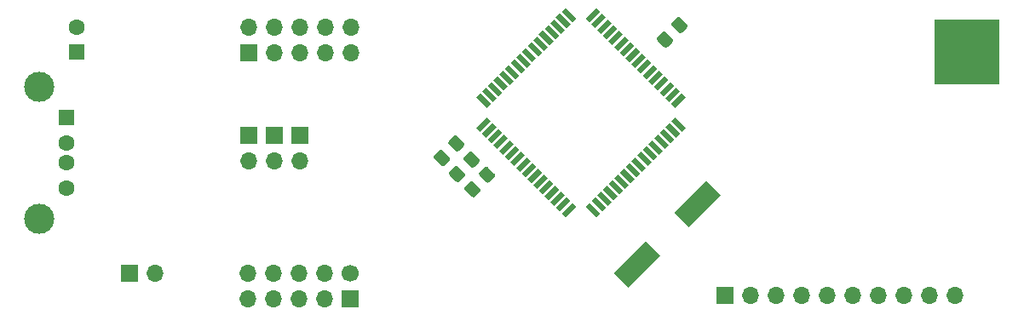
<source format=gts>
G04 #@! TF.GenerationSoftware,KiCad,Pcbnew,(5.1.5)-3*
G04 #@! TF.CreationDate,2020-01-25T14:55:43-05:00*
G04 #@! TF.ProjectId,SmallyMouse2,536d616c-6c79-44d6-9f75-7365322e6b69,2.0*
G04 #@! TF.SameCoordinates,Original*
G04 #@! TF.FileFunction,Soldermask,Top*
G04 #@! TF.FilePolarity,Negative*
%FSLAX46Y46*%
G04 Gerber Fmt 4.6, Leading zero omitted, Abs format (unit mm)*
G04 Created by KiCad (PCBNEW (5.1.5)-3) date 2020-01-25 14:55:43*
%MOMM*%
%LPD*%
G04 APERTURE LIST*
%ADD10O,1.700000X1.700000*%
%ADD11R,1.700000X1.700000*%
%ADD12C,1.700000*%
%ADD13C,0.150000*%
%ADD14C,1.600000*%
%ADD15R,1.600000X1.600000*%
%ADD16R,6.400000X6.400000*%
%ADD17C,0.800000*%
%ADD18C,3.000000*%
G04 APERTURE END LIST*
D10*
X104740000Y-54990000D03*
D11*
X102200000Y-54990000D03*
D10*
X119180000Y-43790000D03*
D11*
X119180000Y-41250000D03*
D10*
X114000000Y-57540000D03*
X114000000Y-55000000D03*
X116540000Y-57540000D03*
X116540000Y-55000000D03*
X119080000Y-57540000D03*
X119080000Y-55000000D03*
X121620000Y-57540000D03*
X121620000Y-55000000D03*
D11*
X124160000Y-57540000D03*
D12*
X124160000Y-55000000D03*
D10*
X184260000Y-57200000D03*
X181720000Y-57200000D03*
X179180000Y-57200000D03*
X176640000Y-57200000D03*
X174100000Y-57200000D03*
X171560000Y-57200000D03*
X169020000Y-57200000D03*
X166480000Y-57200000D03*
X163940000Y-57200000D03*
D11*
X161400000Y-57200000D03*
D13*
G36*
X138137421Y-38133794D02*
G01*
X137748513Y-38522702D01*
X136687853Y-37462042D01*
X137076761Y-37073134D01*
X138137421Y-38133794D01*
G37*
G36*
X138703107Y-37568109D02*
G01*
X138314199Y-37957017D01*
X137253539Y-36896357D01*
X137642447Y-36507449D01*
X138703107Y-37568109D01*
G37*
G36*
X139268792Y-37002424D02*
G01*
X138879884Y-37391332D01*
X137819224Y-36330672D01*
X138208132Y-35941764D01*
X139268792Y-37002424D01*
G37*
G36*
X139834477Y-36436738D02*
G01*
X139445569Y-36825646D01*
X138384909Y-35764986D01*
X138773817Y-35376078D01*
X139834477Y-36436738D01*
G37*
G36*
X140400163Y-35871053D02*
G01*
X140011255Y-36259961D01*
X138950595Y-35199301D01*
X139339503Y-34810393D01*
X140400163Y-35871053D01*
G37*
G36*
X140965848Y-35305367D02*
G01*
X140576940Y-35694275D01*
X139516280Y-34633615D01*
X139905188Y-34244707D01*
X140965848Y-35305367D01*
G37*
G36*
X141531534Y-34739682D02*
G01*
X141142626Y-35128590D01*
X140081966Y-34067930D01*
X140470874Y-33679022D01*
X141531534Y-34739682D01*
G37*
G36*
X142097219Y-34173996D02*
G01*
X141708311Y-34562904D01*
X140647651Y-33502244D01*
X141036559Y-33113336D01*
X142097219Y-34173996D01*
G37*
G36*
X142662904Y-33608311D02*
G01*
X142273996Y-33997219D01*
X141213336Y-32936559D01*
X141602244Y-32547651D01*
X142662904Y-33608311D01*
G37*
G36*
X143228590Y-33042626D02*
G01*
X142839682Y-33431534D01*
X141779022Y-32370874D01*
X142167930Y-31981966D01*
X143228590Y-33042626D01*
G37*
G36*
X143794275Y-32476940D02*
G01*
X143405367Y-32865848D01*
X142344707Y-31805188D01*
X142733615Y-31416280D01*
X143794275Y-32476940D01*
G37*
G36*
X144359961Y-31911255D02*
G01*
X143971053Y-32300163D01*
X142910393Y-31239503D01*
X143299301Y-30850595D01*
X144359961Y-31911255D01*
G37*
G36*
X144925646Y-31345569D02*
G01*
X144536738Y-31734477D01*
X143476078Y-30673817D01*
X143864986Y-30284909D01*
X144925646Y-31345569D01*
G37*
G36*
X145491332Y-30779884D02*
G01*
X145102424Y-31168792D01*
X144041764Y-30108132D01*
X144430672Y-29719224D01*
X145491332Y-30779884D01*
G37*
G36*
X146057017Y-30214199D02*
G01*
X145668109Y-30603107D01*
X144607449Y-29542447D01*
X144996357Y-29153539D01*
X146057017Y-30214199D01*
G37*
G36*
X146622702Y-29648513D02*
G01*
X146233794Y-30037421D01*
X145173134Y-28976761D01*
X145562042Y-28587853D01*
X146622702Y-29648513D01*
G37*
G36*
X147966206Y-30037421D02*
G01*
X147577298Y-29648513D01*
X148637958Y-28587853D01*
X149026866Y-28976761D01*
X147966206Y-30037421D01*
G37*
G36*
X148531891Y-30603107D02*
G01*
X148142983Y-30214199D01*
X149203643Y-29153539D01*
X149592551Y-29542447D01*
X148531891Y-30603107D01*
G37*
G36*
X149097576Y-31168792D02*
G01*
X148708668Y-30779884D01*
X149769328Y-29719224D01*
X150158236Y-30108132D01*
X149097576Y-31168792D01*
G37*
G36*
X149663262Y-31734477D02*
G01*
X149274354Y-31345569D01*
X150335014Y-30284909D01*
X150723922Y-30673817D01*
X149663262Y-31734477D01*
G37*
G36*
X150228947Y-32300163D02*
G01*
X149840039Y-31911255D01*
X150900699Y-30850595D01*
X151289607Y-31239503D01*
X150228947Y-32300163D01*
G37*
G36*
X150794633Y-32865848D02*
G01*
X150405725Y-32476940D01*
X151466385Y-31416280D01*
X151855293Y-31805188D01*
X150794633Y-32865848D01*
G37*
G36*
X151360318Y-33431534D02*
G01*
X150971410Y-33042626D01*
X152032070Y-31981966D01*
X152420978Y-32370874D01*
X151360318Y-33431534D01*
G37*
G36*
X151926004Y-33997219D02*
G01*
X151537096Y-33608311D01*
X152597756Y-32547651D01*
X152986664Y-32936559D01*
X151926004Y-33997219D01*
G37*
G36*
X152491689Y-34562904D02*
G01*
X152102781Y-34173996D01*
X153163441Y-33113336D01*
X153552349Y-33502244D01*
X152491689Y-34562904D01*
G37*
G36*
X153057374Y-35128590D02*
G01*
X152668466Y-34739682D01*
X153729126Y-33679022D01*
X154118034Y-34067930D01*
X153057374Y-35128590D01*
G37*
G36*
X153623060Y-35694275D02*
G01*
X153234152Y-35305367D01*
X154294812Y-34244707D01*
X154683720Y-34633615D01*
X153623060Y-35694275D01*
G37*
G36*
X154188745Y-36259961D02*
G01*
X153799837Y-35871053D01*
X154860497Y-34810393D01*
X155249405Y-35199301D01*
X154188745Y-36259961D01*
G37*
G36*
X154754431Y-36825646D02*
G01*
X154365523Y-36436738D01*
X155426183Y-35376078D01*
X155815091Y-35764986D01*
X154754431Y-36825646D01*
G37*
G36*
X155320116Y-37391332D02*
G01*
X154931208Y-37002424D01*
X155991868Y-35941764D01*
X156380776Y-36330672D01*
X155320116Y-37391332D01*
G37*
G36*
X155885801Y-37957017D02*
G01*
X155496893Y-37568109D01*
X156557553Y-36507449D01*
X156946461Y-36896357D01*
X155885801Y-37957017D01*
G37*
G36*
X156451487Y-38522702D02*
G01*
X156062579Y-38133794D01*
X157123239Y-37073134D01*
X157512147Y-37462042D01*
X156451487Y-38522702D01*
G37*
G36*
X157512147Y-40537958D02*
G01*
X157123239Y-40926866D01*
X156062579Y-39866206D01*
X156451487Y-39477298D01*
X157512147Y-40537958D01*
G37*
G36*
X156946461Y-41103643D02*
G01*
X156557553Y-41492551D01*
X155496893Y-40431891D01*
X155885801Y-40042983D01*
X156946461Y-41103643D01*
G37*
G36*
X156380776Y-41669328D02*
G01*
X155991868Y-42058236D01*
X154931208Y-40997576D01*
X155320116Y-40608668D01*
X156380776Y-41669328D01*
G37*
G36*
X155815091Y-42235014D02*
G01*
X155426183Y-42623922D01*
X154365523Y-41563262D01*
X154754431Y-41174354D01*
X155815091Y-42235014D01*
G37*
G36*
X155249405Y-42800699D02*
G01*
X154860497Y-43189607D01*
X153799837Y-42128947D01*
X154188745Y-41740039D01*
X155249405Y-42800699D01*
G37*
G36*
X154683720Y-43366385D02*
G01*
X154294812Y-43755293D01*
X153234152Y-42694633D01*
X153623060Y-42305725D01*
X154683720Y-43366385D01*
G37*
G36*
X154118034Y-43932070D02*
G01*
X153729126Y-44320978D01*
X152668466Y-43260318D01*
X153057374Y-42871410D01*
X154118034Y-43932070D01*
G37*
G36*
X153552349Y-44497756D02*
G01*
X153163441Y-44886664D01*
X152102781Y-43826004D01*
X152491689Y-43437096D01*
X153552349Y-44497756D01*
G37*
G36*
X152986664Y-45063441D02*
G01*
X152597756Y-45452349D01*
X151537096Y-44391689D01*
X151926004Y-44002781D01*
X152986664Y-45063441D01*
G37*
G36*
X152420978Y-45629126D02*
G01*
X152032070Y-46018034D01*
X150971410Y-44957374D01*
X151360318Y-44568466D01*
X152420978Y-45629126D01*
G37*
G36*
X151855293Y-46194812D02*
G01*
X151466385Y-46583720D01*
X150405725Y-45523060D01*
X150794633Y-45134152D01*
X151855293Y-46194812D01*
G37*
G36*
X151289607Y-46760497D02*
G01*
X150900699Y-47149405D01*
X149840039Y-46088745D01*
X150228947Y-45699837D01*
X151289607Y-46760497D01*
G37*
G36*
X150723922Y-47326183D02*
G01*
X150335014Y-47715091D01*
X149274354Y-46654431D01*
X149663262Y-46265523D01*
X150723922Y-47326183D01*
G37*
G36*
X150158236Y-47891868D02*
G01*
X149769328Y-48280776D01*
X148708668Y-47220116D01*
X149097576Y-46831208D01*
X150158236Y-47891868D01*
G37*
G36*
X149592551Y-48457553D02*
G01*
X149203643Y-48846461D01*
X148142983Y-47785801D01*
X148531891Y-47396893D01*
X149592551Y-48457553D01*
G37*
G36*
X149026866Y-49023239D02*
G01*
X148637958Y-49412147D01*
X147577298Y-48351487D01*
X147966206Y-47962579D01*
X149026866Y-49023239D01*
G37*
G36*
X145562042Y-49412147D02*
G01*
X145173134Y-49023239D01*
X146233794Y-47962579D01*
X146622702Y-48351487D01*
X145562042Y-49412147D01*
G37*
G36*
X144996357Y-48846461D02*
G01*
X144607449Y-48457553D01*
X145668109Y-47396893D01*
X146057017Y-47785801D01*
X144996357Y-48846461D01*
G37*
G36*
X144430672Y-48280776D02*
G01*
X144041764Y-47891868D01*
X145102424Y-46831208D01*
X145491332Y-47220116D01*
X144430672Y-48280776D01*
G37*
G36*
X143864986Y-47715091D02*
G01*
X143476078Y-47326183D01*
X144536738Y-46265523D01*
X144925646Y-46654431D01*
X143864986Y-47715091D01*
G37*
G36*
X143299301Y-47149405D02*
G01*
X142910393Y-46760497D01*
X143971053Y-45699837D01*
X144359961Y-46088745D01*
X143299301Y-47149405D01*
G37*
G36*
X142733615Y-46583720D02*
G01*
X142344707Y-46194812D01*
X143405367Y-45134152D01*
X143794275Y-45523060D01*
X142733615Y-46583720D01*
G37*
G36*
X142167930Y-46018034D02*
G01*
X141779022Y-45629126D01*
X142839682Y-44568466D01*
X143228590Y-44957374D01*
X142167930Y-46018034D01*
G37*
G36*
X141602244Y-45452349D02*
G01*
X141213336Y-45063441D01*
X142273996Y-44002781D01*
X142662904Y-44391689D01*
X141602244Y-45452349D01*
G37*
G36*
X141036559Y-44886664D02*
G01*
X140647651Y-44497756D01*
X141708311Y-43437096D01*
X142097219Y-43826004D01*
X141036559Y-44886664D01*
G37*
G36*
X140470874Y-44320978D02*
G01*
X140081966Y-43932070D01*
X141142626Y-42871410D01*
X141531534Y-43260318D01*
X140470874Y-44320978D01*
G37*
G36*
X139905188Y-43755293D02*
G01*
X139516280Y-43366385D01*
X140576940Y-42305725D01*
X140965848Y-42694633D01*
X139905188Y-43755293D01*
G37*
G36*
X139339503Y-43189607D02*
G01*
X138950595Y-42800699D01*
X140011255Y-41740039D01*
X140400163Y-42128947D01*
X139339503Y-43189607D01*
G37*
G36*
X138773817Y-42623922D02*
G01*
X138384909Y-42235014D01*
X139445569Y-41174354D01*
X139834477Y-41563262D01*
X138773817Y-42623922D01*
G37*
G36*
X138208132Y-42058236D02*
G01*
X137819224Y-41669328D01*
X138879884Y-40608668D01*
X139268792Y-40997576D01*
X138208132Y-42058236D01*
G37*
G36*
X137642447Y-41492551D02*
G01*
X137253539Y-41103643D01*
X138314199Y-40042983D01*
X138703107Y-40431891D01*
X137642447Y-41492551D01*
G37*
G36*
X137076761Y-40926866D02*
G01*
X136687853Y-40537958D01*
X137748513Y-39477298D01*
X138137421Y-39866206D01*
X137076761Y-40926866D01*
G37*
D14*
X97000000Y-30500000D03*
D15*
X97000000Y-33000000D03*
D16*
X185500000Y-33000000D03*
D17*
X187900000Y-33000000D03*
X187197056Y-34697056D03*
X185500000Y-35400000D03*
X183802944Y-34697056D03*
X183100000Y-33000000D03*
X183802944Y-31302944D03*
X185500000Y-30600000D03*
X187197056Y-31302944D03*
D14*
X96000000Y-46500000D03*
X96000000Y-44000000D03*
X96000000Y-42000000D03*
D15*
X96000000Y-39500000D03*
D18*
X93290000Y-36430000D03*
X93290000Y-49570000D03*
D10*
X124260000Y-30480000D03*
X124260000Y-33020000D03*
X121720000Y-30480000D03*
X121720000Y-33020000D03*
X119180000Y-30480000D03*
X119180000Y-33020000D03*
X116640000Y-30480000D03*
X116640000Y-33020000D03*
X114100000Y-30480000D03*
D11*
X114100000Y-33020000D03*
D13*
G36*
X157821321Y-50392893D02*
G01*
X156407107Y-48978679D01*
X159589087Y-45796699D01*
X161003301Y-47210913D01*
X157821321Y-50392893D01*
G37*
G36*
X151810913Y-56403301D02*
G01*
X150396699Y-54989087D01*
X153578679Y-51807107D01*
X154992893Y-53221321D01*
X151810913Y-56403301D01*
G37*
D10*
X114100000Y-43790000D03*
D11*
X114100000Y-41250000D03*
D13*
G36*
X134660900Y-41278412D02*
G01*
X134685168Y-41282012D01*
X134708967Y-41287973D01*
X134732066Y-41296238D01*
X134754245Y-41306728D01*
X134775288Y-41319340D01*
X134794994Y-41333955D01*
X134813172Y-41350431D01*
X135449569Y-41986828D01*
X135466045Y-42005006D01*
X135480660Y-42024712D01*
X135493272Y-42045755D01*
X135503762Y-42067934D01*
X135512027Y-42091033D01*
X135517988Y-42114832D01*
X135521588Y-42139100D01*
X135522792Y-42163604D01*
X135521588Y-42188108D01*
X135517988Y-42212376D01*
X135512027Y-42236175D01*
X135503762Y-42259274D01*
X135493272Y-42281453D01*
X135480660Y-42302496D01*
X135466045Y-42322202D01*
X135449569Y-42340380D01*
X134989948Y-42800001D01*
X134971770Y-42816477D01*
X134952064Y-42831092D01*
X134931021Y-42843704D01*
X134908842Y-42854194D01*
X134885743Y-42862459D01*
X134861944Y-42868420D01*
X134837676Y-42872020D01*
X134813172Y-42873224D01*
X134788668Y-42872020D01*
X134764400Y-42868420D01*
X134740601Y-42862459D01*
X134717502Y-42854194D01*
X134695323Y-42843704D01*
X134674280Y-42831092D01*
X134654574Y-42816477D01*
X134636396Y-42800001D01*
X133999999Y-42163604D01*
X133983523Y-42145426D01*
X133968908Y-42125720D01*
X133956296Y-42104677D01*
X133945806Y-42082498D01*
X133937541Y-42059399D01*
X133931580Y-42035600D01*
X133927980Y-42011332D01*
X133926776Y-41986828D01*
X133927980Y-41962324D01*
X133931580Y-41938056D01*
X133937541Y-41914257D01*
X133945806Y-41891158D01*
X133956296Y-41868979D01*
X133968908Y-41847936D01*
X133983523Y-41828230D01*
X133999999Y-41810052D01*
X134459620Y-41350431D01*
X134477798Y-41333955D01*
X134497504Y-41319340D01*
X134518547Y-41306728D01*
X134540726Y-41296238D01*
X134563825Y-41287973D01*
X134587624Y-41282012D01*
X134611892Y-41278412D01*
X134636396Y-41277208D01*
X134660900Y-41278412D01*
G37*
G36*
X133211332Y-42727980D02*
G01*
X133235600Y-42731580D01*
X133259399Y-42737541D01*
X133282498Y-42745806D01*
X133304677Y-42756296D01*
X133325720Y-42768908D01*
X133345426Y-42783523D01*
X133363604Y-42799999D01*
X134000001Y-43436396D01*
X134016477Y-43454574D01*
X134031092Y-43474280D01*
X134043704Y-43495323D01*
X134054194Y-43517502D01*
X134062459Y-43540601D01*
X134068420Y-43564400D01*
X134072020Y-43588668D01*
X134073224Y-43613172D01*
X134072020Y-43637676D01*
X134068420Y-43661944D01*
X134062459Y-43685743D01*
X134054194Y-43708842D01*
X134043704Y-43731021D01*
X134031092Y-43752064D01*
X134016477Y-43771770D01*
X134000001Y-43789948D01*
X133540380Y-44249569D01*
X133522202Y-44266045D01*
X133502496Y-44280660D01*
X133481453Y-44293272D01*
X133459274Y-44303762D01*
X133436175Y-44312027D01*
X133412376Y-44317988D01*
X133388108Y-44321588D01*
X133363604Y-44322792D01*
X133339100Y-44321588D01*
X133314832Y-44317988D01*
X133291033Y-44312027D01*
X133267934Y-44303762D01*
X133245755Y-44293272D01*
X133224712Y-44280660D01*
X133205006Y-44266045D01*
X133186828Y-44249569D01*
X132550431Y-43613172D01*
X132533955Y-43594994D01*
X132519340Y-43575288D01*
X132506728Y-43554245D01*
X132496238Y-43532066D01*
X132487973Y-43508967D01*
X132482012Y-43485168D01*
X132478412Y-43460900D01*
X132477208Y-43436396D01*
X132478412Y-43411892D01*
X132482012Y-43387624D01*
X132487973Y-43363825D01*
X132496238Y-43340726D01*
X132506728Y-43318547D01*
X132519340Y-43297504D01*
X132533955Y-43277798D01*
X132550431Y-43259620D01*
X133010052Y-42799999D01*
X133028230Y-42783523D01*
X133047936Y-42768908D01*
X133068979Y-42756296D01*
X133091158Y-42745806D01*
X133114257Y-42737541D01*
X133138056Y-42731580D01*
X133162324Y-42727980D01*
X133186828Y-42726776D01*
X133211332Y-42727980D01*
G37*
G36*
X156836116Y-29503196D02*
G01*
X156860384Y-29506796D01*
X156884183Y-29512757D01*
X156907282Y-29521022D01*
X156929461Y-29531512D01*
X156950504Y-29544124D01*
X156970210Y-29558739D01*
X156988388Y-29575215D01*
X157624785Y-30211612D01*
X157641261Y-30229790D01*
X157655876Y-30249496D01*
X157668488Y-30270539D01*
X157678978Y-30292718D01*
X157687243Y-30315817D01*
X157693204Y-30339616D01*
X157696804Y-30363884D01*
X157698008Y-30388388D01*
X157696804Y-30412892D01*
X157693204Y-30437160D01*
X157687243Y-30460959D01*
X157678978Y-30484058D01*
X157668488Y-30506237D01*
X157655876Y-30527280D01*
X157641261Y-30546986D01*
X157624785Y-30565164D01*
X157165164Y-31024785D01*
X157146986Y-31041261D01*
X157127280Y-31055876D01*
X157106237Y-31068488D01*
X157084058Y-31078978D01*
X157060959Y-31087243D01*
X157037160Y-31093204D01*
X157012892Y-31096804D01*
X156988388Y-31098008D01*
X156963884Y-31096804D01*
X156939616Y-31093204D01*
X156915817Y-31087243D01*
X156892718Y-31078978D01*
X156870539Y-31068488D01*
X156849496Y-31055876D01*
X156829790Y-31041261D01*
X156811612Y-31024785D01*
X156175215Y-30388388D01*
X156158739Y-30370210D01*
X156144124Y-30350504D01*
X156131512Y-30329461D01*
X156121022Y-30307282D01*
X156112757Y-30284183D01*
X156106796Y-30260384D01*
X156103196Y-30236116D01*
X156101992Y-30211612D01*
X156103196Y-30187108D01*
X156106796Y-30162840D01*
X156112757Y-30139041D01*
X156121022Y-30115942D01*
X156131512Y-30093763D01*
X156144124Y-30072720D01*
X156158739Y-30053014D01*
X156175215Y-30034836D01*
X156634836Y-29575215D01*
X156653014Y-29558739D01*
X156672720Y-29544124D01*
X156693763Y-29531512D01*
X156715942Y-29521022D01*
X156739041Y-29512757D01*
X156762840Y-29506796D01*
X156787108Y-29503196D01*
X156811612Y-29501992D01*
X156836116Y-29503196D01*
G37*
G36*
X155386548Y-30952764D02*
G01*
X155410816Y-30956364D01*
X155434615Y-30962325D01*
X155457714Y-30970590D01*
X155479893Y-30981080D01*
X155500936Y-30993692D01*
X155520642Y-31008307D01*
X155538820Y-31024783D01*
X156175217Y-31661180D01*
X156191693Y-31679358D01*
X156206308Y-31699064D01*
X156218920Y-31720107D01*
X156229410Y-31742286D01*
X156237675Y-31765385D01*
X156243636Y-31789184D01*
X156247236Y-31813452D01*
X156248440Y-31837956D01*
X156247236Y-31862460D01*
X156243636Y-31886728D01*
X156237675Y-31910527D01*
X156229410Y-31933626D01*
X156218920Y-31955805D01*
X156206308Y-31976848D01*
X156191693Y-31996554D01*
X156175217Y-32014732D01*
X155715596Y-32474353D01*
X155697418Y-32490829D01*
X155677712Y-32505444D01*
X155656669Y-32518056D01*
X155634490Y-32528546D01*
X155611391Y-32536811D01*
X155587592Y-32542772D01*
X155563324Y-32546372D01*
X155538820Y-32547576D01*
X155514316Y-32546372D01*
X155490048Y-32542772D01*
X155466249Y-32536811D01*
X155443150Y-32528546D01*
X155420971Y-32518056D01*
X155399928Y-32505444D01*
X155380222Y-32490829D01*
X155362044Y-32474353D01*
X154725647Y-31837956D01*
X154709171Y-31819778D01*
X154694556Y-31800072D01*
X154681944Y-31779029D01*
X154671454Y-31756850D01*
X154663189Y-31733751D01*
X154657228Y-31709952D01*
X154653628Y-31685684D01*
X154652424Y-31661180D01*
X154653628Y-31636676D01*
X154657228Y-31612408D01*
X154663189Y-31588609D01*
X154671454Y-31565510D01*
X154681944Y-31543331D01*
X154694556Y-31522288D01*
X154709171Y-31502582D01*
X154725647Y-31484404D01*
X155185268Y-31024783D01*
X155203446Y-31008307D01*
X155223152Y-30993692D01*
X155244195Y-30981080D01*
X155266374Y-30970590D01*
X155289473Y-30962325D01*
X155313272Y-30956364D01*
X155337540Y-30952764D01*
X155362044Y-30951560D01*
X155386548Y-30952764D01*
G37*
G36*
X134711332Y-44327980D02*
G01*
X134735600Y-44331580D01*
X134759399Y-44337541D01*
X134782498Y-44345806D01*
X134804677Y-44356296D01*
X134825720Y-44368908D01*
X134845426Y-44383523D01*
X134863604Y-44399999D01*
X135500001Y-45036396D01*
X135516477Y-45054574D01*
X135531092Y-45074280D01*
X135543704Y-45095323D01*
X135554194Y-45117502D01*
X135562459Y-45140601D01*
X135568420Y-45164400D01*
X135572020Y-45188668D01*
X135573224Y-45213172D01*
X135572020Y-45237676D01*
X135568420Y-45261944D01*
X135562459Y-45285743D01*
X135554194Y-45308842D01*
X135543704Y-45331021D01*
X135531092Y-45352064D01*
X135516477Y-45371770D01*
X135500001Y-45389948D01*
X135040380Y-45849569D01*
X135022202Y-45866045D01*
X135002496Y-45880660D01*
X134981453Y-45893272D01*
X134959274Y-45903762D01*
X134936175Y-45912027D01*
X134912376Y-45917988D01*
X134888108Y-45921588D01*
X134863604Y-45922792D01*
X134839100Y-45921588D01*
X134814832Y-45917988D01*
X134791033Y-45912027D01*
X134767934Y-45903762D01*
X134745755Y-45893272D01*
X134724712Y-45880660D01*
X134705006Y-45866045D01*
X134686828Y-45849569D01*
X134050431Y-45213172D01*
X134033955Y-45194994D01*
X134019340Y-45175288D01*
X134006728Y-45154245D01*
X133996238Y-45132066D01*
X133987973Y-45108967D01*
X133982012Y-45085168D01*
X133978412Y-45060900D01*
X133977208Y-45036396D01*
X133978412Y-45011892D01*
X133982012Y-44987624D01*
X133987973Y-44963825D01*
X133996238Y-44940726D01*
X134006728Y-44918547D01*
X134019340Y-44897504D01*
X134033955Y-44877798D01*
X134050431Y-44859620D01*
X134510052Y-44399999D01*
X134528230Y-44383523D01*
X134547936Y-44368908D01*
X134568979Y-44356296D01*
X134591158Y-44345806D01*
X134614257Y-44337541D01*
X134638056Y-44331580D01*
X134662324Y-44327980D01*
X134686828Y-44326776D01*
X134711332Y-44327980D01*
G37*
G36*
X136160900Y-42878412D02*
G01*
X136185168Y-42882012D01*
X136208967Y-42887973D01*
X136232066Y-42896238D01*
X136254245Y-42906728D01*
X136275288Y-42919340D01*
X136294994Y-42933955D01*
X136313172Y-42950431D01*
X136949569Y-43586828D01*
X136966045Y-43605006D01*
X136980660Y-43624712D01*
X136993272Y-43645755D01*
X137003762Y-43667934D01*
X137012027Y-43691033D01*
X137017988Y-43714832D01*
X137021588Y-43739100D01*
X137022792Y-43763604D01*
X137021588Y-43788108D01*
X137017988Y-43812376D01*
X137012027Y-43836175D01*
X137003762Y-43859274D01*
X136993272Y-43881453D01*
X136980660Y-43902496D01*
X136966045Y-43922202D01*
X136949569Y-43940380D01*
X136489948Y-44400001D01*
X136471770Y-44416477D01*
X136452064Y-44431092D01*
X136431021Y-44443704D01*
X136408842Y-44454194D01*
X136385743Y-44462459D01*
X136361944Y-44468420D01*
X136337676Y-44472020D01*
X136313172Y-44473224D01*
X136288668Y-44472020D01*
X136264400Y-44468420D01*
X136240601Y-44462459D01*
X136217502Y-44454194D01*
X136195323Y-44443704D01*
X136174280Y-44431092D01*
X136154574Y-44416477D01*
X136136396Y-44400001D01*
X135499999Y-43763604D01*
X135483523Y-43745426D01*
X135468908Y-43725720D01*
X135456296Y-43704677D01*
X135445806Y-43682498D01*
X135437541Y-43659399D01*
X135431580Y-43635600D01*
X135427980Y-43611332D01*
X135426776Y-43586828D01*
X135427980Y-43562324D01*
X135431580Y-43538056D01*
X135437541Y-43514257D01*
X135445806Y-43491158D01*
X135456296Y-43468979D01*
X135468908Y-43447936D01*
X135483523Y-43428230D01*
X135499999Y-43410052D01*
X135959620Y-42950431D01*
X135977798Y-42933955D01*
X135997504Y-42919340D01*
X136018547Y-42906728D01*
X136040726Y-42896238D01*
X136063825Y-42887973D01*
X136087624Y-42882012D01*
X136111892Y-42878412D01*
X136136396Y-42877208D01*
X136160900Y-42878412D01*
G37*
G36*
X136261332Y-45827980D02*
G01*
X136285600Y-45831580D01*
X136309399Y-45837541D01*
X136332498Y-45845806D01*
X136354677Y-45856296D01*
X136375720Y-45868908D01*
X136395426Y-45883523D01*
X136413604Y-45899999D01*
X137050001Y-46536396D01*
X137066477Y-46554574D01*
X137081092Y-46574280D01*
X137093704Y-46595323D01*
X137104194Y-46617502D01*
X137112459Y-46640601D01*
X137118420Y-46664400D01*
X137122020Y-46688668D01*
X137123224Y-46713172D01*
X137122020Y-46737676D01*
X137118420Y-46761944D01*
X137112459Y-46785743D01*
X137104194Y-46808842D01*
X137093704Y-46831021D01*
X137081092Y-46852064D01*
X137066477Y-46871770D01*
X137050001Y-46889948D01*
X136590380Y-47349569D01*
X136572202Y-47366045D01*
X136552496Y-47380660D01*
X136531453Y-47393272D01*
X136509274Y-47403762D01*
X136486175Y-47412027D01*
X136462376Y-47417988D01*
X136438108Y-47421588D01*
X136413604Y-47422792D01*
X136389100Y-47421588D01*
X136364832Y-47417988D01*
X136341033Y-47412027D01*
X136317934Y-47403762D01*
X136295755Y-47393272D01*
X136274712Y-47380660D01*
X136255006Y-47366045D01*
X136236828Y-47349569D01*
X135600431Y-46713172D01*
X135583955Y-46694994D01*
X135569340Y-46675288D01*
X135556728Y-46654245D01*
X135546238Y-46632066D01*
X135537973Y-46608967D01*
X135532012Y-46585168D01*
X135528412Y-46560900D01*
X135527208Y-46536396D01*
X135528412Y-46511892D01*
X135532012Y-46487624D01*
X135537973Y-46463825D01*
X135546238Y-46440726D01*
X135556728Y-46418547D01*
X135569340Y-46397504D01*
X135583955Y-46377798D01*
X135600431Y-46359620D01*
X136060052Y-45899999D01*
X136078230Y-45883523D01*
X136097936Y-45868908D01*
X136118979Y-45856296D01*
X136141158Y-45845806D01*
X136164257Y-45837541D01*
X136188056Y-45831580D01*
X136212324Y-45827980D01*
X136236828Y-45826776D01*
X136261332Y-45827980D01*
G37*
G36*
X137710900Y-44378412D02*
G01*
X137735168Y-44382012D01*
X137758967Y-44387973D01*
X137782066Y-44396238D01*
X137804245Y-44406728D01*
X137825288Y-44419340D01*
X137844994Y-44433955D01*
X137863172Y-44450431D01*
X138499569Y-45086828D01*
X138516045Y-45105006D01*
X138530660Y-45124712D01*
X138543272Y-45145755D01*
X138553762Y-45167934D01*
X138562027Y-45191033D01*
X138567988Y-45214832D01*
X138571588Y-45239100D01*
X138572792Y-45263604D01*
X138571588Y-45288108D01*
X138567988Y-45312376D01*
X138562027Y-45336175D01*
X138553762Y-45359274D01*
X138543272Y-45381453D01*
X138530660Y-45402496D01*
X138516045Y-45422202D01*
X138499569Y-45440380D01*
X138039948Y-45900001D01*
X138021770Y-45916477D01*
X138002064Y-45931092D01*
X137981021Y-45943704D01*
X137958842Y-45954194D01*
X137935743Y-45962459D01*
X137911944Y-45968420D01*
X137887676Y-45972020D01*
X137863172Y-45973224D01*
X137838668Y-45972020D01*
X137814400Y-45968420D01*
X137790601Y-45962459D01*
X137767502Y-45954194D01*
X137745323Y-45943704D01*
X137724280Y-45931092D01*
X137704574Y-45916477D01*
X137686396Y-45900001D01*
X137049999Y-45263604D01*
X137033523Y-45245426D01*
X137018908Y-45225720D01*
X137006296Y-45204677D01*
X136995806Y-45182498D01*
X136987541Y-45159399D01*
X136981580Y-45135600D01*
X136977980Y-45111332D01*
X136976776Y-45086828D01*
X136977980Y-45062324D01*
X136981580Y-45038056D01*
X136987541Y-45014257D01*
X136995806Y-44991158D01*
X137006296Y-44968979D01*
X137018908Y-44947936D01*
X137033523Y-44928230D01*
X137049999Y-44910052D01*
X137509620Y-44450431D01*
X137527798Y-44433955D01*
X137547504Y-44419340D01*
X137568547Y-44406728D01*
X137590726Y-44396238D01*
X137613825Y-44387973D01*
X137637624Y-44382012D01*
X137661892Y-44378412D01*
X137686396Y-44377208D01*
X137710900Y-44378412D01*
G37*
D10*
X116640000Y-43790000D03*
D11*
X116640000Y-41250000D03*
M02*

</source>
